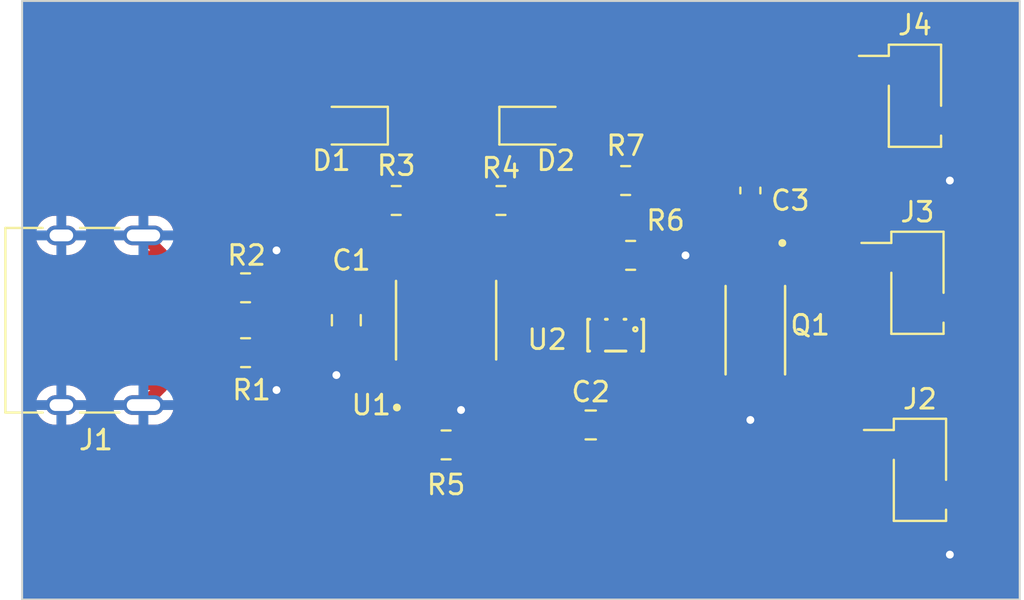
<source format=kicad_pcb>
(kicad_pcb (version 20221018) (generator pcbnew)
  (layers (0 "F.Cu" signal) (31 "B.Cu" signal) (34 "B.Paste" user) (35 "F.Paste" user) (36 "B.SilkS" user "B.Silkscreen") (37 "F.SilkS" user "F.Silkscreen") (38 "B.Mask" user) (39 "F.Mask" user) (44 "Edge.Cuts" user))
  (net 0 "")
  (net 1 "+5V")
  (net 2 "GND")
  (net 3 "Net-(U2-VCC)")
  (net 4 "Net-(J3-Pin_2)")
  (net 5 "Net-(J3-Pin_1)")
  (net 6 "Net-(D1-K)")
  (net 7 "Net-(D2-K)")
  (net 8 "Net-(J1-CC1)")
  (net 9 "Net-(J1-D+-PadA6)")
  (net 10 "Net-(J1-D--PadA7)")
  (net 12 "Net-(J1-CC2)")
  (net 14 "Net-(U1-~{CHRG})")
  (net 15 "Net-(U1-~{STDBY})")
  (net 16 "Net-(U1-PROG)")
  (net 17 "Net-(U2-CS)")
  (net 19 "Net-(U2-OD)")
  (net 20 "Net-(U2-OC)")
  (footprint "Resistor_SMD:R_0805_2012Metric_Pad1.20x1.40mm_HandSolder" (layer "F.Cu") (at 89.408 56.134)
    (fp_text reference "R6" (at 1.778 -1.778 180) (layer "F.SilkS"))
    (fp_text value "1k" hide)
    (fp_line (start -0.227064 -0.735) (end 0.227064 -0.735) (stroke (width 0.12)) (layer "F.SilkS"))
    (fp_line (start -0.227064 0.735) (end 0.227064 0.735) (stroke (width 0.12)) (layer "F.SilkS"))
    (pad "1" smd roundrect (at -1 0) (size 1.2 1.4) (layers "F.Cu" "F.Paste" "F.Mask") (roundrect_rratio 0.2083333333) (net 17 "Net-(U2-CS)"))
    (pad "2" smd roundrect (at 1 0) (size 1.2 1.4) (layers "F.Cu" "F.Paste" "F.Mask") (roundrect_rratio 0.2083333333) (net 2 "GND"))
  )
  (footprint "Capacitor_SMD:C_0603_1608Metric_Pad1.08x0.95mm_HandSolder" (layer "F.Cu") (at 95.504 52.832 -90)
    (fp_text reference "C3" (at 0.508 -2.032 -180) (layer "F.SilkS"))
    (fp_text value "10u" hide)
    (fp_line (start -0.146267 -0.51) (end 0.146267 -0.51) (stroke (width 0.12)) (layer "F.SilkS"))
    (fp_line (start -0.146267 0.51) (end 0.146267 0.51) (stroke (width 0.12)) (layer "F.SilkS"))
    (pad "1" smd roundrect (at -0.8625 0 270) (size 1.075 0.95) (layers "F.Cu" "F.Paste" "F.Mask") (net 5 "Net-(J3-Pin_1)"))
    (pad "2" smd roundrect (at 0.8625 0 270) (size 1.075 0.95) (layers "F.Cu" "F.Paste" "F.Mask") (net 2 "GND"))
  )
  (footprint "Resistor_SMD:R_0805_2012Metric_Pad1.20x1.40mm_HandSolder" (layer "F.Cu") (at 89.154 52.324 180)
    (fp_text reference "R7" (at 0 1.778) (layer "F.SilkS"))
    (fp_text value "100" hide)
    (fp_line (start -0.227064 -0.735) (end 0.227064 -0.735) (stroke (width 0.12)) (layer "F.SilkS"))
    (fp_line (start -0.227064 0.735) (end 0.227064 0.735) (stroke (width 0.12)) (layer "F.SilkS"))
    (pad "1" smd roundrect (at -1 0 180) (size 1.2 1.4) (layers "F.Cu" "F.Paste" "F.Mask") (roundrect_rratio 0.2083333333) (net 3 "Net-(U2-VCC)"))
    (pad "2" smd roundrect (at 1 0 180) (size 1.2 1.4) (layers "F.Cu" "F.Paste" "F.Mask") (roundrect_rratio 0.2083333333) (net 5 "Net-(J3-Pin_1)"))
  )
  (footprint "Connector_USB:USB_C_Receptacle_HRO_TYPE-C-31-M-12" (layer "F.Cu") (at 61.468 59.438 -90)
    (fp_text reference "J1" (at 6.096 -0.71) (layer "F.SilkS"))
    (fp_text value "USB_C_Receptacle_USB2.0" hide)
    (fp_line (start -4.7 -1.9) (end -4.7 0.1) (stroke (width 0.12)) (layer "F.SilkS"))
    (fp_line (start -4.7 2) (end -4.7 3.9) (stroke (width 0.12)) (layer "F.SilkS"))
    (fp_line (start -4.7 3.9) (end 4.7 3.9) (stroke (width 0.12)) (layer "F.SilkS"))
    (fp_line (start 4.7 -1.9) (end 4.7 0.1) (stroke (width 0.12)) (layer "F.SilkS"))
    (fp_line (start 4.7 2) (end 4.7 3.9) (stroke (width 0.12)) (layer "F.SilkS"))
    (pad "A1" smd rect (at -3.25 -4.045 270) (size 0.6 1.45) (layers "F.Cu" "F.Paste" "F.Mask") (net 2 "GND"))
    (pad "A4" smd rect (at -2.45 -4.045 270) (size 0.6 1.45) (layers "F.Cu" "F.Paste" "F.Mask") (net 1 "+5V"))
    (pad "A5" smd rect (at -1.25 -4.045 270) (size 0.3 1.45) (layers "F.Cu" "F.Paste" "F.Mask") (net 8 "Net-(J1-CC1)"))
    (pad "A6" smd rect (at -0.25 -4.045 270) (size 0.3 1.45) (layers "F.Cu" "F.Paste" "F.Mask") (net 9 "Net-(J1-D+-PadA6)"))
    (pad "A7" smd rect (at 0.25 -4.045 270) (size 0.3 1.45) (layers "F.Cu" "F.Paste" "F.Mask") (net 10 "Net-(J1-D--PadA7)"))
    (pad "A8" smd rect (at 1.25 -4.045 270) (size 0.3 1.45) (layers "F.Cu" "F.Paste" "F.Mask"))
    (pad "A9" smd rect (at 2.45 -4.045 270) (size 0.6 1.45) (layers "F.Cu" "F.Paste" "F.Mask") (net 1 "+5V"))
    (pad "A12" smd rect (at 3.25 -4.045 270) (size 0.6 1.45) (layers "F.Cu" "F.Paste" "F.Mask") (net 2 "GND"))
    (pad "B1" smd rect (at 3.25 -4.045 270) (size 0.6 1.45) (layers "F.Cu" "F.Paste" "F.Mask") (net 2 "GND"))
    (pad "B4" smd rect (at 2.45 -4.045 270) (size 0.6 1.45) (layers "F.Cu" "F.Paste" "F.Mask") (net 1 "+5V"))
    (pad "B5" smd rect (at 1.75 -4.045 270) (size 0.3 1.45) (layers "F.Cu" "F.Paste" "F.Mask") (net 12 "Net-(J1-CC2)"))
    (pad "B6" smd rect (at 0.75 -4.045 270) (size 0.3 1.45) (layers "F.Cu" "F.Paste" "F.Mask") (net 9 "Net-(J1-D+-PadA6)"))
    (pad "B7" smd rect (at -0.75 -4.045 270) (size 0.3 1.45) (layers "F.Cu" "F.Paste" "F.Mask") (net 10 "Net-(J1-D--PadA7)"))
    (pad "B8" smd rect (at -1.75 -4.045 270) (size 0.3 1.45) (layers "F.Cu" "F.Paste" "F.Mask"))
    (pad "B9" smd rect (at -2.45 -4.045 270) (size 0.6 1.45) (layers "F.Cu" "F.Paste" "F.Mask") (net 1 "+5V"))
    (pad "B12" smd rect (at -3.25 -4.045 270) (size 0.6 1.45) (layers "F.Cu" "F.Paste" "F.Mask") (net 2 "GND"))
    (pad "S1" thru_hole oval (at -4.32 -3.13 270) (size 1 2.1) (drill oval 0.6 1.7) (layers "*.Cu" "*.Mask") (net 2 "GND"))
    (pad "S1" thru_hole oval (at -4.32 1.05 270) (size 1 1.6) (drill oval 0.6 1.2) (layers "*.Cu" "*.Mask") (net 2 "GND"))
    (pad "S1" thru_hole oval (at 4.32 -3.13 270) (size 1 2.1) (drill oval 0.6 1.7) (layers "*.Cu" "*.Mask") (net 2 "GND"))
    (pad "S1" thru_hole oval (at 4.32 1.05 270) (size 1 1.6) (drill oval 0.6 1.2) (layers "*.Cu" "*.Mask") (net 2 "GND"))
  )
  (footprint "Capacitor_SMD:C_0805_2012Metric_Pad1.18x1.45mm_HandSolder" (layer "F.Cu") (at 74.93 59.436 -90)
    (fp_text reference "C1" (at -3.048 -0.254 -180) (layer "F.SilkS"))
    (fp_text value "100n" hide)
    (fp_line (start -0.261252 -0.735) (end 0.261252 -0.735) (stroke (width 0.12)) (layer "F.SilkS"))
    (fp_line (start -0.261252 0.735) (end 0.261252 0.735) (stroke (width 0.12)) (layer "F.SilkS"))
    (pad "1" smd roundrect (at -1.0375 0 270) (size 1.175 1.45) (layers "F.Cu" "F.Paste" "F.Mask") (roundrect_rratio 0.2127659574) (net 1 "+5V"))
    (pad "2" smd roundrect (at 1.0375 0 270) (size 1.175 1.45) (layers "F.Cu" "F.Paste" "F.Mask") (roundrect_rratio 0.2127659574) (net 2 "GND"))
  )
  (footprint "dw01a_footprt:SOT23-6" (layer "F.Cu") (at 88.646 60.198 180)
    (fp_text reference "U2" (at 3.49 -0.224) (layer "F.SilkS"))
    (fp_text value "DW01A" hide)
    (fp_line (start -1.422 -0.81) (end -1.328 -0.81) (stroke (width 0.1524)) (layer "F.SilkS"))
    (fp_line (start -1.422 0.81) (end -1.422 -0.81) (stroke (width 0.1524)) (layer "F.SilkS"))
    (fp_line (start -1.328 0.81) (end -1.422 0.81) (stroke (width 0.1524)) (layer "F.SilkS"))
    (fp_line (start -0.522 -0.81) (end 0.522 -0.81) (stroke (width 0.1524)) (layer "F.SilkS"))
    (fp_line (start -0.428 0.81) (end -0.522 0.81) (stroke (width 0.1524)) (layer "F.SilkS"))
    (fp_line (start 0.522 0.81) (end 0.428 0.81) (stroke (width 0.1524)) (layer "F.SilkS"))
    (fp_line (start 1.328 -0.81) (end 1.422 -0.81) (stroke (width 0.1524)) (layer "F.SilkS"))
    (fp_line (start 1.422 -0.81) (end 1.422 0.81) (stroke (width 0.1524)) (layer "F.SilkS"))
    (fp_line (start 1.422 0.81) (end 1.328 0.81) (stroke (width 0.1524)) (layer "F.SilkS"))
    (fp_circle (center -1 0.3) (end -0.9 0.3) (stroke (width 0.127)) (fill none) (layer "F.SilkS"))
    (pad "1" smd rect (at -0.95 1.3 180) (size 0.55 1.2) (layers "F.Cu" "F.Paste" "F.Mask") (net 19 "Net-(U2-OD)"))
    (pad "2" smd rect (at 0 1.3 180) (size 0.55 1.2) (layers "F.Cu" "F.Paste" "F.Mask") (net 17 "Net-(U2-CS)"))
    (pad "3" smd rect (at 0.95 1.3 180) (size 0.55 1.2) (layers "F.Cu" "F.Paste" "F.Mask") (net 20 "Net-(U2-OC)"))
    (pad "4" smd rect (at 0.95 -1.3 180) (size 0.55 1.2) (layers "F.Cu" "F.Paste" "F.Mask"))
    (pad "5" smd rect (at 0 -1.3 180) (size 0.55 1.2) (layers "F.Cu" "F.Paste" "F.Mask") (net 3 "Net-(U2-VCC)"))
    (pad "6" smd rect (at -0.95 -1.3 180) (size 0.55 1.2) (layers "F.Cu" "F.Paste" "F.Mask") (net 4 "Net-(J3-Pin_2)"))
  )
  (footprint "tp4050_footprt:SOP127P600X175-9N" (layer "F.Cu") (at 80.01 59.436 90)
    (fp_text reference "U1" (at -4.318 -3.81 180) (layer "F.SilkS"))
    (fp_text value "TP4056" hide)
    (fp_line (start -2 -2.55) (end 2 -2.55) (stroke (width 0.127)) (layer "F.SilkS"))
    (fp_line (start -2 2.55) (end 2 2.55) (stroke (width 0.127)) (layer "F.SilkS"))
    (fp_circle (center -4.445 -2.505) (end -4.345 -2.505) (stroke (width 0.2)) (fill none) (layer "F.SilkS"))
    (pad "1" smd roundrect (at -2.475 -1.905 90) (size 1.97 0.6) (layers "F.Cu" "F.Paste" "F.Mask") (roundrect_rratio 0.07) (net 2 "GND"))
    (pad "2" smd roundrect (at -2.475 -0.635 90) (size 1.97 0.6) (layers "F.Cu" "F.Paste" "F.Mask") (roundrect_rratio 0.07) (net 16 "Net-(U1-PROG)"))
    (pad "3" smd roundrect (at -2.475 0.635 90) (size 1.97 0.6) (layers "F.Cu" "F.Paste" "F.Mask") (roundrect_rratio 0.07) (net 2 "GND"))
    (pad "4" smd roundrect (at -2.475 1.905 90) (size 1.97 0.6) (layers "F.Cu" "F.Paste" "F.Mask") (roundrect_rratio 0.07) (net 1 "+5V"))
    (pad "5" smd roundrect (at 2.475 1.905 90) (size 1.97 0.6) (layers "F.Cu" "F.Paste" "F.Mask") (roundrect_rratio 0.07) (net 5 "Net-(J3-Pin_1)"))
    (pad "6" smd roundrect (at 2.475 0.635 90) (size 1.97 0.6) (layers "F.Cu" "F.Paste" "F.Mask") (roundrect_rratio 0.07) (net 15 "Net-(U1-~{STDBY})"))
    (pad "7" smd roundrect (at 2.475 -0.635 90) (size 1.97 0.6) (layers "F.Cu" "F.Paste" "F.Mask") (roundrect_rratio 0.07) (net 14 "Net-(U1-~{CHRG})"))
    (pad "8" smd roundrect (at 2.475 -1.905 90) (size 1.97 0.6) (layers "F.Cu" "F.Paste" "F.Mask") (roundrect_rratio 0.07) (net 1 "+5V"))
    (pad "9" smd rect (at 0 0 90) (size 2.413 3.302) (layers "F.Cu" "F.Mask") (net 2 "GND"))
  )
  (footprint "Resistor_SMD:R_0805_2012Metric_Pad1.20x1.40mm_HandSolder" (layer "F.Cu") (at 69.798 61.089)
    (fp_text reference "R1" (at 0.306 1.903) (layer "F.SilkS"))
    (fp_text value "5k1" hide)
    (fp_line (start -0.227064 -0.735) (end 0.227064 -0.735) (stroke (width 0.12)) (layer "F.SilkS"))
    (fp_line (start -0.227064 0.735) (end 0.227064 0.735) (stroke (width 0.12)) (layer "F.SilkS"))
    (pad "1" smd roundrect (at -1 0) (size 1.2 1.4) (layers "F.Cu" "F.Paste" "F.Mask") (roundrect_rratio 0.2083333333) (net 12 "Net-(J1-CC2)"))
    (pad "2" smd roundrect (at 1 0) (size 1.2 1.4) (layers "F.Cu" "F.Paste" "F.Mask") (roundrect_rratio 0.2083333333) (net 2 "GND"))
  )
  (footprint "Capacitor_SMD:C_0805_2012Metric_Pad1.18x1.45mm_HandSolder" (layer "F.Cu") (at 87.376 64.77)
    (fp_text reference "C2" (at 0 -1.68) (layer "F.SilkS"))
    (fp_text value "100n" hide)
    (fp_line (start -0.261252 -0.735) (end 0.261252 -0.735) (stroke (width 0.12)) (layer "F.SilkS"))
    (fp_line (start -0.261252 0.735) (end 0.261252 0.735) (stroke (width 0.12)) (layer "F.SilkS"))
    (pad "1" smd roundrect (at -1.0375 0) (size 1.175 1.45) (layers "F.Cu" "F.Paste" "F.Mask") (roundrect_rratio 0.2127659574) (net 3 "Net-(U2-VCC)"))
    (pad "2" smd roundrect (at 1.0375 0) (size 1.175 1.45) (layers "F.Cu" "F.Paste" "F.Mask") (roundrect_rratio 0.2127659574) (net 4 "Net-(J3-Pin_2)"))
  )
  (footprint "Resistor_SMD:R_0805_2012Metric_Pad1.20x1.40mm_HandSolder" (layer "F.Cu") (at 69.798 57.787)
    (fp_text reference "R2" (at 0.052 -1.653) (layer "F.SilkS"))
    (fp_text value "5k1" hide)
    (fp_line (start -0.227064 -0.735) (end 0.227064 -0.735) (stroke (width 0.12)) (layer "F.SilkS"))
    (fp_line (start -0.227064 0.735) (end 0.227064 0.735) (stroke (width 0.12)) (layer "F.SilkS"))
    (pad "1" smd roundrect (at -1 0) (size 1.2 1.4) (layers "F.Cu" "F.Paste" "F.Mask") (roundrect_rratio 0.2083333333) (net 8 "Net-(J1-CC1)"))
    (pad "2" smd roundrect (at 1 0) (size 1.2 1.4) (layers "F.Cu" "F.Paste" "F.Mask") (roundrect_rratio 0.2083333333) (net 2 "GND"))
  )
  (footprint "Resistor_SMD:R_0805_2012Metric_Pad1.20x1.40mm_HandSolder" (layer "F.Cu") (at 77.47 53.34 180)
    (fp_text reference "R3" (at 0 1.778) (layer "F.SilkS"))
    (fp_text value "1k" hide)
    (fp_line (start -0.227064 -0.735) (end 0.227064 -0.735) (stroke (width 0.12)) (layer "F.SilkS"))
    (fp_line (start -0.227064 0.735) (end 0.227064 0.735) (stroke (width 0.12)) (layer "F.SilkS"))
    (pad "1" smd roundrect (at -1 0 180) (size 1.2 1.4) (layers "F.Cu" "F.Paste" "F.Mask") (roundrect_rratio 0.2083333333) (net 14 "Net-(U1-~{CHRG})"))
    (pad "2" smd roundrect (at 1 0 180) (size 1.2 1.4) (layers "F.Cu" "F.Paste" "F.Mask") (roundrect_rratio 0.2083333333) (net 6 "Net-(D1-K)"))
  )
  (footprint "Connector_PinHeader_2.54mm:PinHeader_1x02_P2.54mm_Vertical_SMD_Pin1Left" (layer "F.Cu") (at 103.886 48.006)
    (fp_text reference "J4" (at 0 -3.6) (layer "F.SilkS"))
    (fp_text value "1OUT+2OUT- ")
    (fp_line (start -1.33 -2.6) (end -1.33 -2.03) (stroke (width 0.12)) (layer "F.SilkS"))
    (fp_line (start -1.33 -2.6) (end 1.33 -2.6) (stroke (width 0.12)) (layer "F.SilkS"))
    (fp_line (start -1.33 -2.03) (end -2.85 -2.03) (stroke (width 0.12)) (layer "F.SilkS"))
    (fp_line (start -1.33 -0.51) (end -1.33 2.6) (stroke (width 0.12)) (layer "F.SilkS"))
    (fp_line (start -1.33 2.6) (end 1.33 2.6) (stroke (width 0.12)) (layer "F.SilkS"))
    (fp_line (start 1.33 -2.6) (end 1.33 0.51) (stroke (width 0.12)) (layer "F.SilkS"))
    (fp_line (start 1.33 2.03) (end 1.33 2.6) (stroke (width 0.12)) (layer "F.SilkS"))
    (pad "1" smd rect (at -1.655 -1.27) (size 2.51 1) (layers "F.Cu" "F.Paste" "F.Mask") (net 5 "Net-(J3-Pin_1)"))
    (pad "2" smd rect (at 1.655 1.27) (size 2.51 1) (layers "F.Cu" "F.Paste" "F.Mask") (net 2 "GND"))
  )
  (footprint "Connector_PinHeader_2.54mm:PinHeader_1x02_P2.54mm_Vertical_SMD_Pin1Left" (layer "F.Cu") (at 104.14 67.056)
    (fp_text reference "J2" (at 0 -3.6) (layer "F.SilkS"))
    (fp_text value "+-")
    (fp_line (start -1.33 -2.6) (end -1.33 -2.03) (stroke (width 0.12)) (layer "F.SilkS"))
    (fp_line (start -1.33 -2.6) (end 1.33 -2.6) (stroke (width 0.12)) (layer "F.SilkS"))
    (fp_line (start -1.33 -2.03) (end -2.85 -2.03) (stroke (width 0.12)) (layer "F.SilkS"))
    (fp_line (start -1.33 -0.51) (end -1.33 2.6) (stroke (width 0.12)) (layer "F.SilkS"))
    (fp_line (start -1.33 2.6) (end 1.33 2.6) (stroke (width 0.12)) (layer "F.SilkS"))
    (fp_line (start 1.33 -2.6) (end 1.33 0.51) (stroke (width 0.12)) (layer "F.SilkS"))
    (fp_line (start 1.33 2.03) (end 1.33 2.6) (stroke (width 0.12)) (layer "F.SilkS"))
    (pad "1" smd rect (at -1.655 -1.27) (size 2.51 1) (layers "F.Cu" "F.Paste" "F.Mask") (net 1 "+5V"))
    (pad "2" smd rect (at 1.655 1.27) (size 2.51 1) (layers "F.Cu" "F.Paste" "F.Mask") (net 2 "GND"))
  )
  (footprint "LED_SMD:LED_0805_2012Metric_Pad1.15x1.40mm_HandSolder" (layer "F.Cu") (at 84.582 49.53)
    (fp_text reference "D2" (at 1.016 1.778) (layer "F.SilkS"))
    (fp_text value "LED" hide)
    (fp_line (start -1.86 -0.96) (end -1.86 0.96) (stroke (width 0.12)) (layer "F.SilkS"))
    (fp_line (start -1.86 0.96) (end 1 0.96) (stroke (width 0.12)) (layer "F.SilkS"))
    (fp_line (start 1 -0.96) (end -1.86 -0.96) (stroke (width 0.12)) (layer "F.SilkS"))
    (pad "1" smd roundrect (at -1.025 0) (size 1.15 1.4) (layers "F.Cu" "F.Paste" "F.Mask") (roundrect_rratio 0.2173913043) (net 7 "Net-(D2-K)"))
    (pad "2" smd roundrect (at 1.025 0) (size 1.15 1.4) (layers "F.Cu" "F.Paste" "F.Mask") (roundrect_rratio 0.2173913043) (net 1 "+5V"))
  )
  (footprint "Resistor_SMD:R_0805_2012Metric_Pad1.20x1.40mm_HandSolder" (layer "F.Cu") (at 82.804 53.34)
    (fp_text reference "R4" (at 0 -1.65) (layer "F.SilkS"))
    (fp_text value "1k" hide)
    (fp_line (start -0.227064 -0.735) (end 0.227064 -0.735) (stroke (width 0.12)) (layer "F.SilkS"))
    (fp_line (start -0.227064 0.735) (end 0.227064 0.735) (stroke (width 0.12)) (layer "F.SilkS"))
    (pad "1" smd roundrect (at -1 0) (size 1.2 1.4) (layers "F.Cu" "F.Paste" "F.Mask") (roundrect_rratio 0.2083333333) (net 15 "Net-(U1-~{STDBY})"))
    (pad "2" smd roundrect (at 1 0) (size 1.2 1.4) (layers "F.Cu" "F.Paste" "F.Mask") (roundrect_rratio 0.2083333333) (net 7 "Net-(D2-K)"))
  )
  (footprint "Connector_PinHeader_2.54mm:PinHeader_1x02_P2.54mm_Vertical_SMD_Pin1Left" (layer "F.Cu") (at 104.013 57.531)
    (fp_text reference "J3" (at 0 -3.6) (layer "F.SilkS"))
    (fp_text value "1B+2B-")
    (fp_line (start -1.33 -2.6) (end -1.33 -2.03) (stroke (width 0.12)) (layer "F.SilkS"))
    (fp_line (start -1.33 -2.6) (end 1.33 -2.6) (stroke (width 0.12)) (layer "F.SilkS"))
    (fp_line (start -1.33 -2.03) (end -2.85 -2.03) (stroke (width 0.12)) (layer "F.SilkS"))
    (fp_line (start -1.33 -0.51) (end -1.33 2.6) (stroke (width 0.12)) (layer "F.SilkS"))
    (fp_line (start -1.33 2.6) (end 1.33 2.6) (stroke (width 0.12)) (layer "F.SilkS"))
    (fp_line (start 1.33 -2.6) (end 1.33 0.51) (stroke (width 0.12)) (layer "F.SilkS"))
    (fp_line (start 1.33 2.03) (end 1.33 2.6) (stroke (width 0.12)) (layer "F.SilkS"))
    (pad "1" smd rect (at -1.655 -1.27) (size 2.51 1) (layers "F.Cu" "F.Paste" "F.Mask") (net 5 "Net-(J3-Pin_1)"))
    (pad "2" smd rect (at 1.655 1.27) (size 2.51 1) (layers "F.Cu" "F.Paste" "F.Mask") (net 4 "Net-(J3-Pin_2)"))
  )
  (footprint "Resistor_SMD:R_0805_2012Metric_Pad1.20x1.40mm_HandSolder" (layer "F.Cu") (at 80.01 65.786)
    (fp_text reference "R5" (at 0 2.032) (layer "F.SilkS"))
    (fp_text value "1k2" hide)
    (fp_line (start -0.227064 -0.735) (end 0.227064 -0.735) (stroke (width 0.12)) (layer "F.SilkS"))
    (fp_line (start -0.227064 0.735) (end 0.227064 0.735) (stroke (width 0.12)) (layer "F.SilkS"))
    (pad "1" smd roundrect (at -1 0) (size 1.2 1.4) (layers "F.Cu" "F.Paste" "F.Mask") (roundrect_rratio 0.2083333333) (net 16 "Net-(U1-PROG)"))
    (pad "2" smd roundrect (at 1 0) (size 1.2 1.4) (layers "F.Cu" "F.Paste" "F.Mask") (roundrect_rratio 0.2083333333) (net 2 "GND"))
  )
  (footprint "LED_SMD:LED_0805_2012Metric_Pad1.15x1.40mm_HandSolder" (layer "F.Cu") (at 75.184 49.53 180)
    (fp_text reference "D1" (at 1.016 -1.778) (layer "F.SilkS"))
    (fp_text value "LED" hide)
    (fp_line (start -1.86 -0.96) (end -1.86 0.96) (stroke (width 0.12)) (layer "F.SilkS"))
    (fp_line (start -1.86 0.96) (end 1 0.96) (stroke (width 0.12)) (layer "F.SilkS"))
    (fp_line (start 1 -0.96) (end -1.86 -0.96) (stroke (width 0.12)) (layer "F.SilkS"))
    (pad "1" smd roundrect (at -1.025 0 180) (size 1.15 1.4) (layers "F.Cu" "F.Paste" "F.Mask") (roundrect_rratio 0.2173913043) (net 6 "Net-(D1-K)"))
    (pad "2" smd roundrect (at 1.025 0 180) (size 1.15 1.4) (layers "F.Cu" "F.Paste" "F.Mask") (roundrect_rratio 0.2173913043) (net 1 "+5V"))
  )
  (footprint "fs8205a_footprt:SOP65P640X120-8N" (layer "F.Cu") (at 95.758 59.944 -90)
    (fp_text reference "Q1" (at -0.254 -2.794 -180) (layer "F.SilkS"))
    (fp_text value "FS8205A" hide)
    (fp_line (start -2.25 -1.515) (end 2.25 -1.515) (stroke (width 0.127)) (layer "F.SilkS"))
    (fp_line (start -2.25 1.515) (end 2.25 1.515) (stroke (width 0.127)) (layer "F.SilkS"))
    (fp_circle (center -4.44 -1.375) (end -4.34 -1.375) (stroke (width 0.2)) (fill none) (layer "F.SilkS"))
    (pad "1" smd roundrect (at -2.88 -0.975 270) (size 1.56 0.4) (layers "F.Cu" "F.Paste" "F.Mask") (roundrect_rratio 0.05))
    (pad "2" smd roundrect (at -2.88 -0.325 270) (size 1.56 0.4) (layers "F.Cu" "F.Paste" "F.Mask") (roundrect_rratio 0.05) (net 4 "Net-(J3-Pin_2)"))
    (pad "3" smd roundrect (at -2.88 0.325 270) (size 1.56 0.4) (layers "F.Cu" "F.Paste" "F.Mask") (roundrect_rratio 0.05))
    (pad "4" smd roundrect (at -2.88 0.975 270) (size 1.56 0.4) (layers "F.Cu" "F.Paste" "F.Mask") (roundrect_rratio 0.05) (net 19 "Net-(U2-OD)"))
    (pad "5" smd roundrect (at 2.88 0.975 270) (size 1.56 0.4) (layers "F.Cu" "F.Paste" "F.Mask") (roundrect_rratio 0.05) (net 20 "Net-(U2-OC)"))
    (pad "6" smd roundrect (at 2.88 0.325 270) (size 1.56 0.4) (layers "F.Cu" "F.Paste" "F.Mask") (roundrect_rratio 0.05) (net 2 "GND"))
    (pad "7" smd roundrect (at 2.88 -0.325 270) (size 1.56 0.4) (layers "F.Cu" "F.Paste" "F.Mask") (roundrect_rratio 0.05))
    (pad "8" smd roundrect (at 2.88 -0.975 270) (size 1.56 0.4) (layers "F.Cu" "F.Paste" "F.Mask") (roundrect_rratio 0.05))
  )
  (gr_line (start 58.42 73.66) (end 58.42 43.18) (stroke (width 0.1)) (layer "Edge.Cuts"))
  (gr_line (start 58.42 43.18) (end 109.22 43.18) (stroke (width 0.1)) (layer "Edge.Cuts"))
  (gr_line (start 109.22 73.66) (end 58.42 73.66) (stroke (width 0.1)) (layer "Edge.Cuts"))
  (gr_line (start 109.22 43.18) (end 109.22 73.66) (stroke (width 0.1)) (layer "Edge.Cuts"))
  (segment (start 62.992 58.184) (end 62.992 60.872) (width 0.6) (layer "F.Cu") (net 1))
  (segment (start 64.188 56.988) (end 62.992 58.184) (width 0.6) (layer "F.Cu") (net 1))
  (segment (start 64.008 61.888) (end 65.513 61.888) (width 0.6) (layer "F.Cu") (net 1))
  (segment (start 65.513 56.988) (end 64.188 56.988) (width 0.6) (layer "F.Cu") (net 1))
  (segment (start 62.992 60.872) (end 64.008 61.888) (width 0.6) (layer "F.Cu") (net 1))
  (segment (start 70.798 62.416) (end 71.374 62.992) (width 0.6) (layer "F.Cu") (net 2))
  (segment (start 80.01 59.436) (end 79.882496 59.436) (width 0.6) (layer "F.Cu") (net 2))
  (segment (start 70.798 61.089) (end 70.798 62.416) (width 0.6) (layer "F.Cu") (net 2))
  (segment (start 74.93 60.4735) (end 74.93 61.722) (width 0.6) (layer "F.Cu") (net 2))
  (segment (start 80.645 60.071) (end 80.645 61.911) (width 0.6) (layer "F.Cu") (net 2))
  (segment (start 78.105 61.213496) (end 78.105 61.911) (width 0.6) (layer "F.Cu") (net 2))
  (segment (start 80.772 65.548) (end 81.01 65.786) (width 0.6) (layer "F.Cu") (net 2))
  (segment (start 94.6415 53.6945) (end 92.202 56.134) (width 1) (layer "F.Cu") (net 2))
  (segment (start 90.408 56.134) (end 92.202 56.134) (width 0.6) (layer "F.Cu") (net 2))
  (segment (start 95.504 53.6945) (end 94.6415 53.6945) (width 1) (layer "F.Cu") (net 2))
  (segment (start 80.01 59.436) (end 80.645 60.071) (width 0.6) (layer "F.Cu") (net 2))
  (segment (start 79.882496 59.436) (end 78.105 61.213496) (width 0.6) (layer "F.Cu") (net 2))
  (segment (start 65.513 62.843) (end 64.598 63.758) (width 0.6) (layer "F.Cu") (net 2))
  (segment (start 95.504 64.03297) (end 95.433 63.96197) (width 0.4) (layer "F.Cu") (net 2))
  (segment (start 65.513 56.188) (end 65.513 56.033) (width 0.6) (layer "F.Cu") (net 2))
  (segment (start 65.513 62.688) (end 65.513 62.843) (width 0.6) (layer "F.Cu") (net 2))
  (segment (start 105.795 68.326) (end 105.795 71.243) (width 1) (layer "F.Cu") (net 2))
  (segment (start 70.798 56.456) (end 71.374 55.88) (width 0.6) (layer "F.Cu") (net 2))
  (segment (start 80.645 63.881) (end 80.772 64.008) (width 0.6) (layer "F.Cu") (net 2))
  (segment (start 105.795 71.243) (end 105.664 71.374) (width 1) (layer "F.Cu") (net 2))
  (segment (start 105.541 49.276) (end 105.541 52.201) (width 1) (layer "F.Cu") (net 2))
  (segment (start 65.513 56.033) (end 64.598 55.118) (width 0.6) (layer "F.Cu") (net 2))
  (segment (start 74.93 61.722) (end 74.422 62.23) (width 0.6) (layer "F.Cu") (net 2))
  (segment (start 80.772 64.008) (end 80.772 65.548) (width 0.6) (layer "F.Cu") (net 2))
  (segment (start 80.645 61.911) (end 80.645 63.881) (width 0.6) (layer "F.Cu") (net 2))
  (segment (start 95.433 63.96197) (end 95.433 62.824) (width 0.4) (layer "F.Cu") (net 2))
  (segment (start 105.541 52.201) (end 105.664 52.324) (width 1) (layer "F.Cu") (net 2))
  (segment (start 95.504 64.516) (end 95.504 64.03297) (width 0.4) (layer "F.Cu") (net 2))
  (segment (start 70.798 57.787) (end 70.798 56.456) (width 0.6) (layer "F.Cu") (net 2))
  (via (at 95.504 64.516) (size 0.8) (drill 0.4) (layers "F.Cu" "B.Cu") (net 2))
  (via (at 74.422 62.23) (size 0.8) (drill 0.4) (layers "F.Cu" "B.Cu") (net 2))
  (via (at 71.374 55.88) (size 0.8) (drill 0.4) (layers "F.Cu" "B.Cu") (net 2))
  (via (at 92.202 56.134) (size 0.8) (drill 0.4) (layers "F.Cu" "B.Cu") (net 2))
  (via (at 71.374 62.992) (size 0.8) (drill 0.4) (layers "F.Cu" "B.Cu") (net 2))
  (via (at 105.664 71.374) (size 0.8) (drill 0.4) (layers "F.Cu" "B.Cu") (net 2))
  (via (at 80.772 64.008) (size 0.8) (drill 0.4) (layers "F.Cu" "B.Cu") (net 2))
  (via (at 105.664 52.324) (size 0.8) (drill 0.4) (layers "F.Cu" "B.Cu") (net 2))
  (segment (start 87.43125 63.10825) (end 88.00025 63.10825) (width 0.6) (layer "F.Cu") (net 3))
  (segment (start 89.154 54.102) (end 87.884 54.102) (width 0.6) (layer "F.Cu") (net 3))
  (segment (start 86.36 62.037) (end 87.43125 63.10825) (width 0.6) (layer "F.Cu") (net 3))
  (segment (start 88.646 62.4625) (end 88.646 61.498) (width 0.6) (layer "F.Cu") (net 3))
  (segment (start 90.154 52.324) (end 90.154 53.102) (width 0.6) (layer "F.Cu") (net 3))
  (segment (start 87.884 54.102) (end 86.36 55.626) (width 0.6) (layer "F.Cu") (net 3))
  (segment (start 90.154 53.102) (end 89.154 54.102) (width 0.6) (layer "F.Cu") (net 3))
  (segment (start 88.00025 63.10825) (end 88.646 62.4625) (width 0.6) (layer "F.Cu") (net 3))
  (segment (start 86.36 55.626) (end 86.36 62.037) (width 0.6) (layer "F.Cu") (net 3))
  (segment (start 86.3385 64.77) (end 88.00025 63.10825) (width 0.6) (layer "F.Cu") (net 3))
  (segment (start 89.596 62.804) (end 89.596 61.498) (width 0.6) (layer "F.Cu") (net 4))
  (segment (start 96.083 55.394) (end 96.359 55.118) (width 0.4) (layer "F.Cu") (net 4))
  (segment (start 88.4135 63.9865) (end 89.596 62.804) (width 0.6) (layer "F.Cu") (net 4))
  (segment (start 102.616 58.801) (end 105.668 58.801) (width 0.4) (layer "F.Cu") (net 4))
  (segment (start 96.359 55.118) (end 98.806 55.118) (width 0.4) (layer "F.Cu") (net 4))
  (segment (start 88.4135 64.77) (end 88.4135 63.9865) (width 0.6) (layer "F.Cu") (net 4))
  (segment (start 89.4295 65.786) (end 97.282 65.786) (width 0.6) (layer "F.Cu") (net 4))
  (segment (start 97.282 65.786) (end 102.616 60.452) (width 0.6) (layer "F.Cu") (net 4))
  (segment (start 98.806 55.118) (end 102.489 58.801) (width 0.4) (layer "F.Cu") (net 4))
  (segment (start 102.489 58.801) (end 102.616 58.801) (width 0.4) (layer "F.Cu") (net 4))
  (segment (start 88.4135 64.77) (end 89.4295 65.786) (width 0.6) (layer "F.Cu") (net 4))
  (segment (start 96.083 57.064) (end 96.083 55.394) (width 0.4) (layer "F.Cu") (net 4))
  (segment (start 102.616 60.452) (end 102.616 58.801) (width 0.6) (layer "F.Cu") (net 4))
  (segment (start 95.504 51.054) (end 96.52 50.038) (width 1) (layer "F.Cu") (net 5))
  (segment (start 90.296497 50.038) (end 97.536 50.038) (width 1) (layer "F.Cu") (net 5))
  (segment (start 88.154 52.324) (end 87.63 52.324) (width 1) (layer "F.Cu") (net 5))
  (segment (start 88.154 52.324) (end 88.154 52.180497) (width 1) (layer "F.Cu") (net 5))
  (segment (start 95.504 51.9695) (end 95.504 51.054) (width 1) (layer "F.Cu") (net 5))
  (segment (start 96.52 50.038) (end 97.536 50.038) (width 1) (layer "F.Cu") (net 5))
  (segment (start 87.63 52.324) (end 82.993 56.961) (width 1) (layer "F.Cu") (net 5))
  (segment (start 97.536 50.292) (end 97.536 50.038) (width 1) (layer "F.Cu") (net 5))
  (segment (start 102.358 55.114) (end 97.536 50.292) (width 1) (layer "F.Cu") (net 5))
  (segment (start 97.536 50.038) (end 100.838 46.736) (width 1) (layer "F.Cu") (net 5))
  (segment (start 82.993 56.961) (end 81.915 56.961) (width 1) (layer "F.Cu") (net 5))
  (segment (start 102.358 56.261) (end 102.358 55.114) (width 1) (layer "F.Cu") (net 5))
  (segment (start 100.838 46.736) (end 102.231 46.736) (width 1) (layer "F.Cu") (net 5))
  (segment (start 88.154 52.180497) (end 90.296497 50.038) (width 1) (layer "F.Cu") (net 5))
  (segment (start 76.209 49.53) (end 76.209 53.079) (width 0.6) (layer "F.Cu") (net 6))
  (segment (start 76.209 53.079) (end 76.47 53.34) (width 0.6) (layer "F.Cu") (net 6))
  (segment (start 83.557 49.53) (end 83.557 53.093) (width 0.6) (layer "F.Cu") (net 7))
  (segment (start 83.557 53.093) (end 83.804 53.34) (width 0.6) (layer "F.Cu") (net 7))
  (segment (start 68.397 58.188) (end 68.798 57.787) (width 0.2) (layer "F.Cu") (net 8))
  (segment (start 65.513 58.188) (end 68.397 58.188) (width 0.2) (layer "F.Cu") (net 8))
  (segment (start 66.538 60.138) (end 66.488 60.188) (width 0.2) (layer "F.Cu") (net 9))
  (segment (start 66.488 60.188) (end 65.513 60.188) (width 0.2) (layer "F.Cu") (net 9))
  (segment (start 65.513 59.188) (end 66.488 59.188) (width 0.2) (layer "F.Cu") (net 9))
  (segment (start 66.538 59.238) (end 66.538 60.138) (width 0.2) (layer "F.Cu") (net 9))
  (segment (start 66.488 59.188) (end 66.538 59.238) (width 0.2) (layer "F.Cu") (net 9))
  (segment (start 64.488 58.738) (end 64.488 59.662) (width 0.2) (layer "F.Cu") (net 10))
  (segment (start 64.514 59.688) (end 65.513 59.688) (width 0.2) (layer "F.Cu") (net 10))
  (segment (start 65.513 58.688) (end 64.538 58.688) (width 0.2) (layer "F.Cu") (net 10))
  (segment (start 64.538 58.688) (end 64.488 58.738) (width 0.2) (layer "F.Cu") (net 10))
  (segment (start 64.488 59.662) (end 64.514 59.688) (width 0.2) (layer "F.Cu") (net 10))
  (segment (start 68.699 61.188) (end 68.798 61.089) (width 0.2) (layer "F.Cu") (net 12))
  (segment (start 65.513 61.188) (end 68.699 61.188) (width 0.2) (layer "F.Cu") (net 12))
  (segment (start 79.375 54.245) (end 79.375 56.961) (width 0.6) (layer "F.Cu") (net 14))
  (segment (start 78.47 53.34) (end 79.375 54.245) (width 0.6) (layer "F.Cu") (net 14))
  (segment (start 80.645 54.499) (end 80.645 56.961) (width 0.6) (layer "F.Cu") (net 15))
  (segment (start 81.804 53.34) (end 80.645 54.499) (width 0.6) (layer "F.Cu") (net 15))
  (segment (start 79.375 61.911) (end 79.375 65.421) (width 0.6) (layer "F.Cu") (net 16))
  (segment (start 79.375 65.421) (end 79.01 65.786) (width 0.6) (layer "F.Cu") (net 16))
  (segment (start 88.408 56.134) (end 88.646 56.372) (width 0.6) (layer "F.Cu") (net 17))
  (segment (start 88.646 56.372) (end 88.646 58.898) (width 0.6) (layer "F.Cu") (net 17))
  (segment (start 89.596 58.898) (end 91.724 58.898) (width 0.6) (layer "F.Cu") (net 19))
  (segment (start 91.724 58.898) (end 93.558 57.064) (width 0.6) (layer "F.Cu") (net 19))
  (segment (start 93.558 57.064) (end 94.733 57.064) (width 0.6) (layer "F.Cu") (net 19))
  (segment (start 87.996 60.398) (end 91.64 60.398) (width 0.6) (layer "F.Cu") (net 20))
  (segment (start 94.066 62.824) (end 94.733 62.824) (width 0.6) (layer "F.Cu") (net 20))
  (segment (start 91.64 60.398) (end 94.066 62.824) (width 0.6) (layer "F.Cu") (net 20))
  (segment (start 87.696 58.898) (end 87.696 60.098) (width 0.6) (layer "F.Cu") (net 20))
  (segment (start 87.696 60.098) (end 87.996 60.398) (width 0.6) (layer "F.Cu") (net 20))
  (zone (net 1) (net_name "+5V") (layer "F.Cu") (connect_pads (clearance 0.5)) (min_thickness 0.25) (fill yes (thermal_gap 0.5) (thermal_bridge_width 0.5))
    (polygon (pts (xy 58.42 43.18) (xy 109.22 43.18) (xy 109.22 73.66) (xy 58.42 73.66)))
  )
  (zone (net 2) (net_name "GND") (layer "B.Cu") (priority 1) (connect_pads (clearance 0.5)) (min_thickness 0.25) (fill yes (thermal_gap 0.5) (thermal_bridge_width 0.5))
    (polygon (pts (xy 58.42 43.18) (xy 109.22 43.18) (xy 109.22 73.66) (xy 58.42 73.66)))
  )
)
</source>
